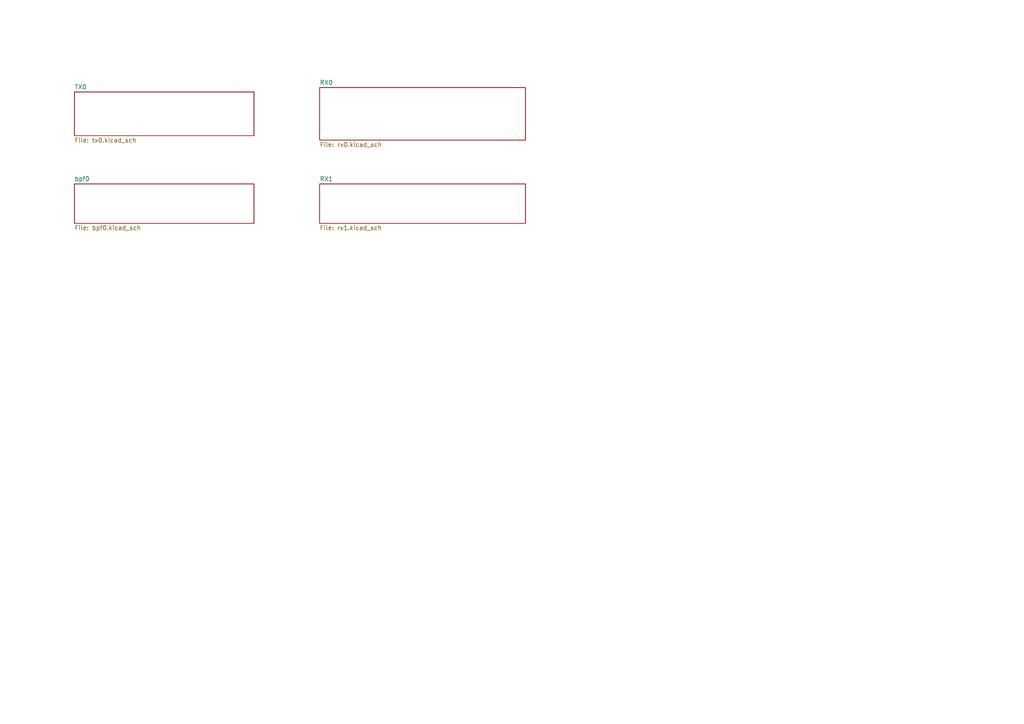
<source format=kicad_sch>
(kicad_sch (version 20211123) (generator eeschema)
  (paper "A4")
  (lib_symbols)
  (sheet (at 92.71 53.34) (size 59.69 11.43) (stroke (width 0.1524))
    (property "Sheet name" "RX1" (at 92.71 52.6284 0) (effects (justify left bottom)))
    (property "Sheet file" "rx1.kicad_sch" (at 92.71 65.3546 0) (effects (justify left top)))
  )
  (sheet (at 92.71 25.4) (size 59.69 15.24) (stroke (width 0.1524))
    (property "Sheet name" "RX0" (at 92.71 24.6884 0) (effects (justify left bottom)))
    (property "Sheet file" "rx0.kicad_sch" (at 92.71 41.2246 0) (effects (justify left top)))
  )
  (sheet (at 21.59 26.67) (size 52.07 12.7) (stroke (width 0.1524))
    (property "Sheet name" "TX0" (at 21.59 25.9584 0) (effects (justify left bottom)))
    (property "Sheet file" "tx0.kicad_sch" (at 21.59 39.9546 0) (effects (justify left top)))
  )
  (sheet (at 21.59 53.34) (size 52.07 11.43) (stroke (width 0.1524))
    (property "Sheet name" "bpf0" (at 21.59 52.6284 0) (effects (justify left bottom)))
    (property "Sheet file" "bpf0.kicad_sch" (at 21.59 65.3546 0) (effects (justify left top)))
  )
)
</source>
